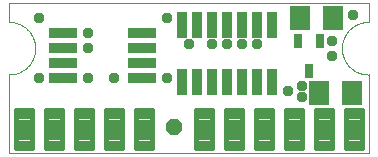
<source format=gts>
G75*
%MOIN*%
%OFA0B0*%
%FSLAX25Y25*%
%IPPOS*%
%LPD*%
%AMOC8*
5,1,8,0,0,1.08239X$1,22.5*
%
%ADD10C,0.00000*%
%ADD11R,0.03200X0.08900*%
%ADD12R,0.09500X0.03200*%
%ADD13R,0.02769X0.04737*%
%ADD14R,0.07099X0.07887*%
%ADD15C,0.01762*%
%ADD16C,0.03778*%
%ADD17OC8,0.05550*%
D10*
X0033333Y0005000D02*
X0033333Y0031250D01*
X0033546Y0031253D01*
X0033759Y0031260D01*
X0033972Y0031273D01*
X0034184Y0031291D01*
X0034396Y0031315D01*
X0034607Y0031343D01*
X0034817Y0031377D01*
X0035027Y0031416D01*
X0035236Y0031459D01*
X0035443Y0031508D01*
X0035649Y0031562D01*
X0035854Y0031621D01*
X0036057Y0031685D01*
X0036259Y0031754D01*
X0036459Y0031827D01*
X0036657Y0031906D01*
X0036853Y0031989D01*
X0037047Y0032077D01*
X0037239Y0032170D01*
X0037428Y0032268D01*
X0037615Y0032370D01*
X0037800Y0032476D01*
X0037982Y0032587D01*
X0038161Y0032703D01*
X0038337Y0032822D01*
X0038511Y0032946D01*
X0038681Y0033074D01*
X0038848Y0033207D01*
X0039012Y0033343D01*
X0039172Y0033483D01*
X0039329Y0033627D01*
X0039482Y0033775D01*
X0039632Y0033927D01*
X0039778Y0034082D01*
X0039920Y0034241D01*
X0040059Y0034403D01*
X0040193Y0034568D01*
X0040323Y0034737D01*
X0040449Y0034909D01*
X0040571Y0035084D01*
X0040689Y0035261D01*
X0040802Y0035442D01*
X0040911Y0035625D01*
X0041015Y0035811D01*
X0041115Y0035999D01*
X0041210Y0036190D01*
X0041300Y0036383D01*
X0041386Y0036578D01*
X0041467Y0036775D01*
X0041543Y0036974D01*
X0041614Y0037175D01*
X0041681Y0037377D01*
X0041742Y0037581D01*
X0041798Y0037787D01*
X0041850Y0037994D01*
X0041896Y0038202D01*
X0041937Y0038411D01*
X0041974Y0038621D01*
X0042005Y0038831D01*
X0042031Y0039043D01*
X0042051Y0039255D01*
X0042067Y0039468D01*
X0042077Y0039680D01*
X0042082Y0039893D01*
X0042082Y0040107D01*
X0042077Y0040320D01*
X0042067Y0040532D01*
X0042051Y0040745D01*
X0042031Y0040957D01*
X0042005Y0041169D01*
X0041974Y0041379D01*
X0041937Y0041589D01*
X0041896Y0041798D01*
X0041850Y0042006D01*
X0041798Y0042213D01*
X0041742Y0042419D01*
X0041681Y0042623D01*
X0041614Y0042825D01*
X0041543Y0043026D01*
X0041467Y0043225D01*
X0041386Y0043422D01*
X0041300Y0043617D01*
X0041210Y0043810D01*
X0041115Y0044001D01*
X0041015Y0044189D01*
X0040911Y0044375D01*
X0040802Y0044558D01*
X0040689Y0044739D01*
X0040571Y0044916D01*
X0040449Y0045091D01*
X0040323Y0045263D01*
X0040193Y0045432D01*
X0040059Y0045597D01*
X0039920Y0045759D01*
X0039778Y0045918D01*
X0039632Y0046073D01*
X0039482Y0046225D01*
X0039329Y0046373D01*
X0039172Y0046517D01*
X0039012Y0046657D01*
X0038848Y0046793D01*
X0038681Y0046926D01*
X0038511Y0047054D01*
X0038337Y0047178D01*
X0038161Y0047297D01*
X0037982Y0047413D01*
X0037800Y0047524D01*
X0037615Y0047630D01*
X0037428Y0047732D01*
X0037239Y0047830D01*
X0037047Y0047923D01*
X0036853Y0048011D01*
X0036657Y0048094D01*
X0036459Y0048173D01*
X0036259Y0048246D01*
X0036057Y0048315D01*
X0035854Y0048379D01*
X0035649Y0048438D01*
X0035443Y0048492D01*
X0035236Y0048541D01*
X0035027Y0048584D01*
X0034817Y0048623D01*
X0034607Y0048657D01*
X0034396Y0048685D01*
X0034184Y0048709D01*
X0033972Y0048727D01*
X0033759Y0048740D01*
X0033546Y0048747D01*
X0033333Y0048750D01*
X0033333Y0054961D01*
X0153333Y0055000D01*
X0153333Y0048750D01*
X0153119Y0048754D01*
X0152905Y0048753D01*
X0152691Y0048746D01*
X0152477Y0048735D01*
X0152264Y0048718D01*
X0152051Y0048696D01*
X0151839Y0048668D01*
X0151627Y0048636D01*
X0151416Y0048598D01*
X0151207Y0048556D01*
X0150998Y0048508D01*
X0150790Y0048455D01*
X0150584Y0048397D01*
X0150380Y0048334D01*
X0150177Y0048266D01*
X0149975Y0048193D01*
X0149776Y0048115D01*
X0149578Y0048032D01*
X0149383Y0047944D01*
X0149190Y0047852D01*
X0148999Y0047755D01*
X0148811Y0047653D01*
X0148625Y0047547D01*
X0148441Y0047436D01*
X0148261Y0047321D01*
X0148083Y0047202D01*
X0147909Y0047078D01*
X0147737Y0046950D01*
X0147569Y0046818D01*
X0147404Y0046681D01*
X0147242Y0046541D01*
X0147084Y0046397D01*
X0146929Y0046249D01*
X0146778Y0046097D01*
X0146631Y0045941D01*
X0146488Y0045782D01*
X0146348Y0045620D01*
X0146213Y0045454D01*
X0146081Y0045285D01*
X0145954Y0045113D01*
X0145831Y0044937D01*
X0145713Y0044759D01*
X0145598Y0044578D01*
X0145489Y0044394D01*
X0145384Y0044208D01*
X0145283Y0044019D01*
X0145187Y0043827D01*
X0145096Y0043634D01*
X0145009Y0043438D01*
X0144928Y0043240D01*
X0144851Y0043040D01*
X0144779Y0042838D01*
X0144712Y0042635D01*
X0144650Y0042430D01*
X0144593Y0042224D01*
X0144541Y0042016D01*
X0144495Y0041807D01*
X0144453Y0041597D01*
X0144416Y0041386D01*
X0144385Y0041174D01*
X0144359Y0040962D01*
X0144338Y0040748D01*
X0144322Y0040535D01*
X0144312Y0040321D01*
X0144307Y0040107D01*
X0144307Y0039893D01*
X0144312Y0039679D01*
X0144322Y0039465D01*
X0144338Y0039252D01*
X0144359Y0039038D01*
X0144385Y0038826D01*
X0144416Y0038614D01*
X0144453Y0038403D01*
X0144495Y0038193D01*
X0144541Y0037984D01*
X0144593Y0037776D01*
X0144650Y0037570D01*
X0144712Y0037365D01*
X0144779Y0037162D01*
X0144851Y0036960D01*
X0144928Y0036760D01*
X0145009Y0036562D01*
X0145096Y0036366D01*
X0145187Y0036173D01*
X0145283Y0035981D01*
X0145384Y0035792D01*
X0145489Y0035606D01*
X0145598Y0035422D01*
X0145713Y0035241D01*
X0145831Y0035063D01*
X0145954Y0034887D01*
X0146081Y0034715D01*
X0146213Y0034546D01*
X0146348Y0034380D01*
X0146488Y0034218D01*
X0146631Y0034059D01*
X0146778Y0033903D01*
X0146929Y0033751D01*
X0147084Y0033603D01*
X0147242Y0033459D01*
X0147404Y0033319D01*
X0147569Y0033182D01*
X0147737Y0033050D01*
X0147909Y0032922D01*
X0148083Y0032798D01*
X0148261Y0032679D01*
X0148441Y0032564D01*
X0148625Y0032453D01*
X0148811Y0032347D01*
X0148999Y0032245D01*
X0149190Y0032148D01*
X0149383Y0032056D01*
X0149578Y0031968D01*
X0149776Y0031885D01*
X0149975Y0031807D01*
X0150177Y0031734D01*
X0150380Y0031666D01*
X0150584Y0031603D01*
X0150790Y0031545D01*
X0150998Y0031492D01*
X0151207Y0031444D01*
X0151416Y0031402D01*
X0151627Y0031364D01*
X0151839Y0031332D01*
X0152051Y0031304D01*
X0152264Y0031282D01*
X0152477Y0031265D01*
X0152691Y0031254D01*
X0152905Y0031247D01*
X0153119Y0031246D01*
X0153333Y0031250D01*
X0153333Y0005000D01*
X0033333Y0005000D01*
D11*
X0090833Y0028750D03*
X0095833Y0028750D03*
X0100833Y0028750D03*
X0105833Y0028750D03*
X0110833Y0028750D03*
X0115833Y0028750D03*
X0120833Y0028750D03*
X0120833Y0047650D03*
X0115833Y0047650D03*
X0110833Y0047650D03*
X0105833Y0047650D03*
X0100833Y0047650D03*
X0095833Y0047650D03*
X0090833Y0047650D03*
D12*
X0077783Y0045000D03*
X0077783Y0040000D03*
X0077783Y0035000D03*
X0077783Y0030000D03*
X0051283Y0030000D03*
X0051283Y0035000D03*
X0051283Y0040000D03*
X0051283Y0045000D03*
D13*
X0129593Y0042421D03*
X0137073Y0042421D03*
X0133333Y0032579D03*
D14*
X0136572Y0025000D03*
X0147595Y0025000D03*
X0141345Y0050000D03*
X0130322Y0050000D03*
D15*
X0130977Y0006731D02*
X0125689Y0006731D01*
X0125689Y0019519D01*
X0130977Y0019519D01*
X0130977Y0006731D01*
X0130977Y0008492D02*
X0125689Y0008492D01*
X0125689Y0010253D02*
X0130977Y0010253D01*
X0130977Y0012014D02*
X0125689Y0012014D01*
X0125689Y0013775D02*
X0130977Y0013775D01*
X0130977Y0015536D02*
X0125689Y0015536D01*
X0125689Y0017297D02*
X0130977Y0017297D01*
X0130977Y0019058D02*
X0125689Y0019058D01*
X0120977Y0006731D02*
X0115689Y0006731D01*
X0115689Y0019519D01*
X0120977Y0019519D01*
X0120977Y0006731D01*
X0120977Y0008492D02*
X0115689Y0008492D01*
X0115689Y0010253D02*
X0120977Y0010253D01*
X0120977Y0012014D02*
X0115689Y0012014D01*
X0115689Y0013775D02*
X0120977Y0013775D01*
X0120977Y0015536D02*
X0115689Y0015536D01*
X0115689Y0017297D02*
X0120977Y0017297D01*
X0120977Y0019058D02*
X0115689Y0019058D01*
X0110977Y0006731D02*
X0105689Y0006731D01*
X0105689Y0019519D01*
X0110977Y0019519D01*
X0110977Y0006731D01*
X0110977Y0008492D02*
X0105689Y0008492D01*
X0105689Y0010253D02*
X0110977Y0010253D01*
X0110977Y0012014D02*
X0105689Y0012014D01*
X0105689Y0013775D02*
X0110977Y0013775D01*
X0110977Y0015536D02*
X0105689Y0015536D01*
X0105689Y0017297D02*
X0110977Y0017297D01*
X0110977Y0019058D02*
X0105689Y0019058D01*
X0100977Y0006731D02*
X0095689Y0006731D01*
X0095689Y0019519D01*
X0100977Y0019519D01*
X0100977Y0006731D01*
X0100977Y0008492D02*
X0095689Y0008492D01*
X0095689Y0010253D02*
X0100977Y0010253D01*
X0100977Y0012014D02*
X0095689Y0012014D01*
X0095689Y0013775D02*
X0100977Y0013775D01*
X0100977Y0015536D02*
X0095689Y0015536D01*
X0095689Y0017297D02*
X0100977Y0017297D01*
X0100977Y0019058D02*
X0095689Y0019058D01*
X0080977Y0006731D02*
X0075689Y0006731D01*
X0075689Y0019519D01*
X0080977Y0019519D01*
X0080977Y0006731D01*
X0080977Y0008492D02*
X0075689Y0008492D01*
X0075689Y0010253D02*
X0080977Y0010253D01*
X0080977Y0012014D02*
X0075689Y0012014D01*
X0075689Y0013775D02*
X0080977Y0013775D01*
X0080977Y0015536D02*
X0075689Y0015536D01*
X0075689Y0017297D02*
X0080977Y0017297D01*
X0080977Y0019058D02*
X0075689Y0019058D01*
X0070977Y0006731D02*
X0065689Y0006731D01*
X0065689Y0019519D01*
X0070977Y0019519D01*
X0070977Y0006731D01*
X0070977Y0008492D02*
X0065689Y0008492D01*
X0065689Y0010253D02*
X0070977Y0010253D01*
X0070977Y0012014D02*
X0065689Y0012014D01*
X0065689Y0013775D02*
X0070977Y0013775D01*
X0070977Y0015536D02*
X0065689Y0015536D01*
X0065689Y0017297D02*
X0070977Y0017297D01*
X0070977Y0019058D02*
X0065689Y0019058D01*
X0060977Y0006731D02*
X0055689Y0006731D01*
X0055689Y0019519D01*
X0060977Y0019519D01*
X0060977Y0006731D01*
X0060977Y0008492D02*
X0055689Y0008492D01*
X0055689Y0010253D02*
X0060977Y0010253D01*
X0060977Y0012014D02*
X0055689Y0012014D01*
X0055689Y0013775D02*
X0060977Y0013775D01*
X0060977Y0015536D02*
X0055689Y0015536D01*
X0055689Y0017297D02*
X0060977Y0017297D01*
X0060977Y0019058D02*
X0055689Y0019058D01*
X0050977Y0006731D02*
X0045689Y0006731D01*
X0045689Y0019519D01*
X0050977Y0019519D01*
X0050977Y0006731D01*
X0050977Y0008492D02*
X0045689Y0008492D01*
X0045689Y0010253D02*
X0050977Y0010253D01*
X0050977Y0012014D02*
X0045689Y0012014D01*
X0045689Y0013775D02*
X0050977Y0013775D01*
X0050977Y0015536D02*
X0045689Y0015536D01*
X0045689Y0017297D02*
X0050977Y0017297D01*
X0050977Y0019058D02*
X0045689Y0019058D01*
X0040977Y0006731D02*
X0035689Y0006731D01*
X0035689Y0019519D01*
X0040977Y0019519D01*
X0040977Y0006731D01*
X0040977Y0008492D02*
X0035689Y0008492D01*
X0035689Y0010253D02*
X0040977Y0010253D01*
X0040977Y0012014D02*
X0035689Y0012014D01*
X0035689Y0013775D02*
X0040977Y0013775D01*
X0040977Y0015536D02*
X0035689Y0015536D01*
X0035689Y0017297D02*
X0040977Y0017297D01*
X0040977Y0019058D02*
X0035689Y0019058D01*
X0135689Y0006731D02*
X0140977Y0006731D01*
X0135689Y0006731D02*
X0135689Y0019519D01*
X0140977Y0019519D01*
X0140977Y0006731D01*
X0140977Y0008492D02*
X0135689Y0008492D01*
X0135689Y0010253D02*
X0140977Y0010253D01*
X0140977Y0012014D02*
X0135689Y0012014D01*
X0135689Y0013775D02*
X0140977Y0013775D01*
X0140977Y0015536D02*
X0135689Y0015536D01*
X0135689Y0017297D02*
X0140977Y0017297D01*
X0140977Y0019058D02*
X0135689Y0019058D01*
X0145689Y0006731D02*
X0150977Y0006731D01*
X0145689Y0006731D02*
X0145689Y0019519D01*
X0150977Y0019519D01*
X0150977Y0006731D01*
X0150977Y0008492D02*
X0145689Y0008492D01*
X0145689Y0010253D02*
X0150977Y0010253D01*
X0150977Y0012014D02*
X0145689Y0012014D01*
X0145689Y0013775D02*
X0150977Y0013775D01*
X0150977Y0015536D02*
X0145689Y0015536D01*
X0145689Y0017297D02*
X0150977Y0017297D01*
X0150977Y0019058D02*
X0145689Y0019058D01*
D16*
X0130833Y0023750D03*
X0126458Y0025625D03*
X0130833Y0027500D03*
X0140833Y0037500D03*
X0140833Y0042500D03*
X0147932Y0051106D03*
X0115833Y0041250D03*
X0110833Y0041250D03*
X0105833Y0041250D03*
X0100833Y0041250D03*
X0093333Y0041250D03*
X0085833Y0050000D03*
X0059583Y0045000D03*
X0059583Y0040000D03*
X0059583Y0030000D03*
X0068333Y0030000D03*
X0085833Y0030000D03*
X0043333Y0030000D03*
X0043333Y0050000D03*
D17*
X0088333Y0013750D03*
M02*

</source>
